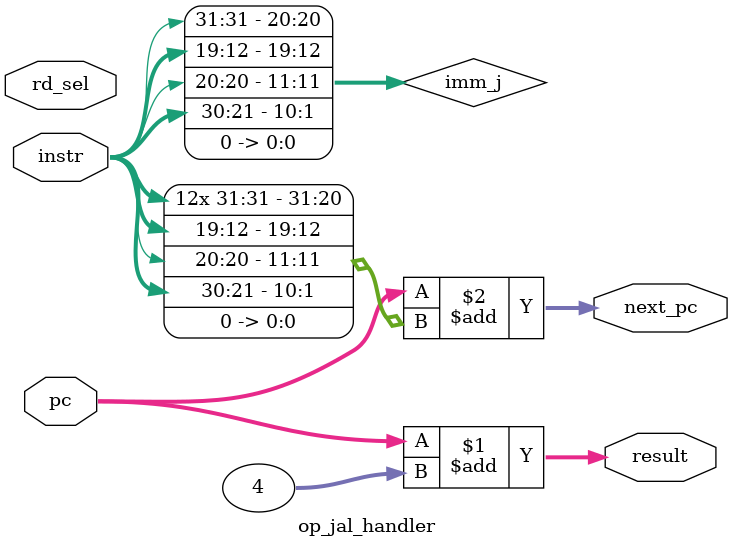
<source format=sv>
`timescale 1ns / 1ps

module op_jal_handler(
    input wire [31:0] instr,
    input wire [4:0] rd_sel,
    input wire [31:0] pc,
    output wire [31:0] result,
    output wire [31:0] next_pc
);
    wire [20:0] imm_j;
    assign imm_j = {instr[31], instr[19:12], instr[20], instr[30:21], 1'b0};
    assign result = pc + 4;
    assign next_pc = pc + {{11{imm_j[20]}}, imm_j};
endmodule

</source>
